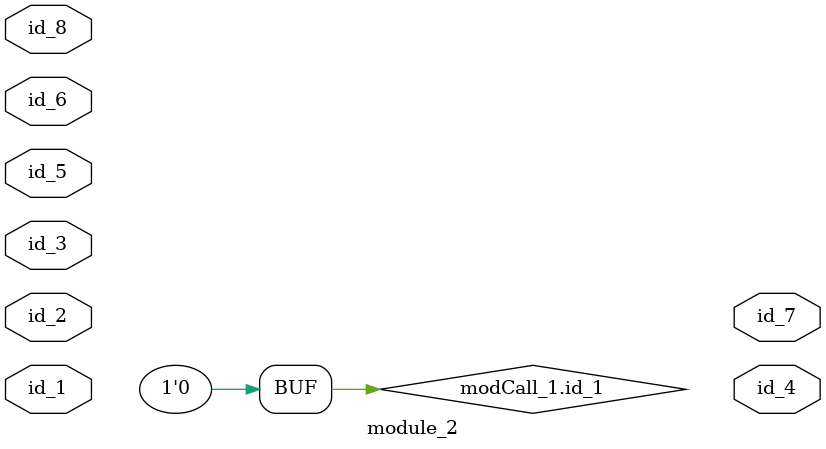
<source format=v>
module module_0;
  assign id_2 = -1;
  assign id_1 = id_2;
  wire id_3;
  always id_1 <= 1 ^ -1;
endmodule
module module_1;
  parameter id_1 = id_1;
  module_0 modCall_1 ();
  wire id_2;
endmodule
module module_2 (
    id_1,
    id_2,
    id_3,
    id_4,
    id_5,
    id_6,
    id_7,
    id_8
);
  inout wire id_8;
  output wire id_7;
  inout wire id_6;
  input wire id_5;
  output wire id_4;
  input wire id_3;
  input wire id_2;
  inout wire id_1;
  module_0 modCall_1 ();
  assign modCall_1.id_1 = 0;
endmodule

</source>
